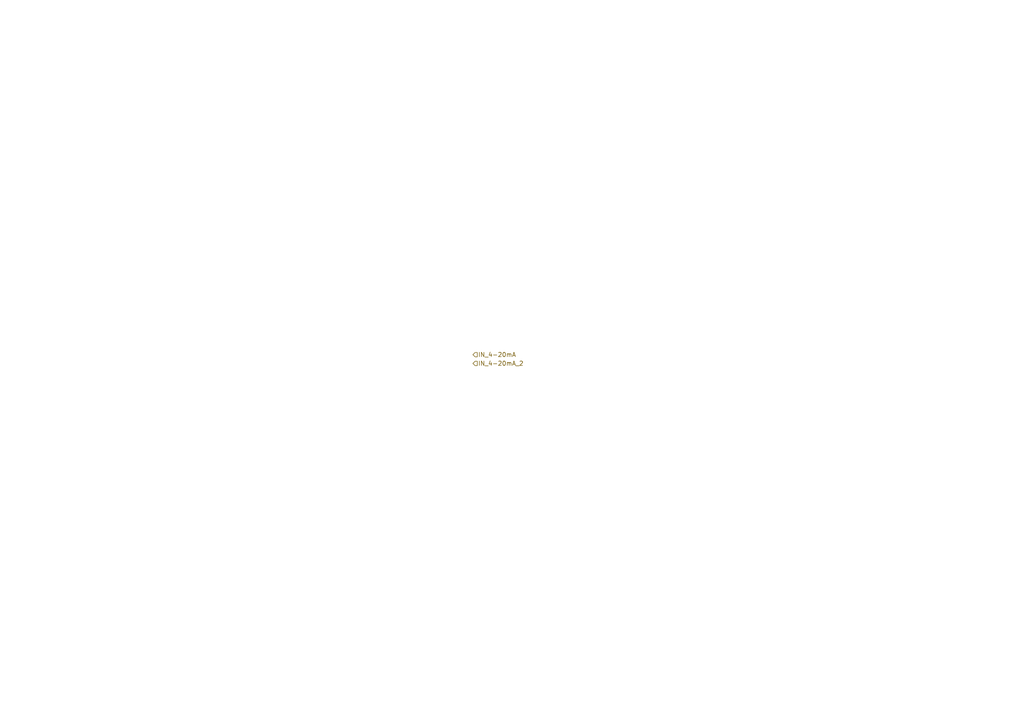
<source format=kicad_sch>
(kicad_sch
	(version 20250114)
	(generator "eeschema")
	(generator_version "9.0")
	(uuid "f88eb7d2-a513-4aed-b472-51eb2c0e70bd")
	(paper "A4")
	(lib_symbols)
	(hierarchical_label "IN_4-20mA"
		(shape input)
		(at 137.16 102.87 0)
		(effects
			(font
				(size 1.27 1.27)
			)
			(justify left)
		)
		(uuid "4c2878a2-605f-4068-b26e-c8ee4b663335")
	)
	(hierarchical_label "IN_4-20mA_2"
		(shape input)
		(at 137.16 105.41 0)
		(effects
			(font
				(size 1.27 1.27)
			)
			(justify left)
		)
		(uuid "879f09ad-7695-422c-b25d-82a2a238b38a")
	)
)

</source>
